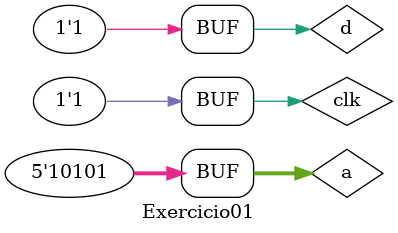
<source format=v>
module latchD (q, q1, d, c);

	input d, c;
	output q, q1;
	wire w1, w2;
	
	nand (w1, d, c);
	nand (w2, ~d, c);
	nand (q, w1, q1);
	nand (q1, w2, q);

endmodule //latchD
/*
module clock (clk);
 output clk;
 reg    clk;

 initial
  begin
   clk = 1'b0;
  end

 always
  begin
   #1 clk = ~clk;
  end
endmodule //endClock
*/
module Exercicio01;

	reg [0:4]a;
	reg d, clk;
	wire q, q1, q2, q3, q4, q5, s;
	
	//clock clk (clk);
	latchD L1 (q, q1, d, clk);
	latchD L2 (q2, q3, q, clk);
	latchD L3 (q4, q5, q2, clk);
	and (s, q, q3, q4);
	
	initial
	begin
		
		a = 5'b10101;
		#1 d = a[0]; clk = 0;
		$monitor ("a = %b dado = %b  saida = %b", a, d, s); 
		#1 d = a[0]; clk = 1;
		#1 d = a[1]; clk = 0;
		#1 d = a[1]; clk = 1;
		#1 d = a[2]; clk = 0;
		#1 d = a[2]; clk = 1;
		#1 d = a[3]; clk = 0;
		#1 d = a[3]; clk = 1;	
		#1 d = a[4]; clk = 0;
		#1 d = a[4]; clk = 1;
				
	end
endmodule
</source>
